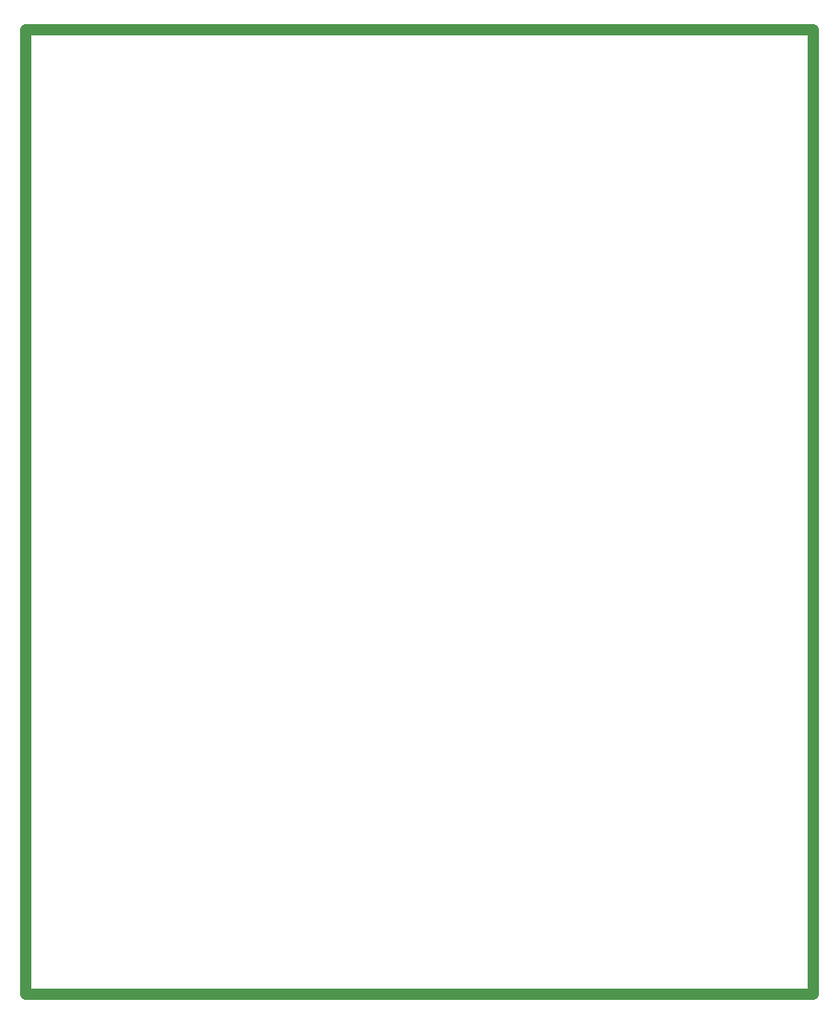
<source format=gm1>
G04*
G04 #@! TF.GenerationSoftware,Altium Limited,Altium Designer,18.1.9 (240)*
G04*
G04 Layer_Color=16711935*
%FSLAX25Y25*%
%MOIN*%
G70*
G01*
G75*
%ADD91C,0.04724*%
D91*
X426625Y100000D02*
Y499500D01*
X100000Y100000D02*
X426625D01*
X100000D02*
Y499500D01*
X415000D01*
X426625D01*
Y100000D02*
Y499500D01*
X100000Y100000D02*
X426625D01*
X100000D02*
Y499500D01*
X415000D01*
X426625D01*
Y100000D02*
Y499500D01*
X100000Y100000D02*
X426625D01*
X100000D02*
Y499500D01*
X415000D01*
X426625D01*
M02*

</source>
